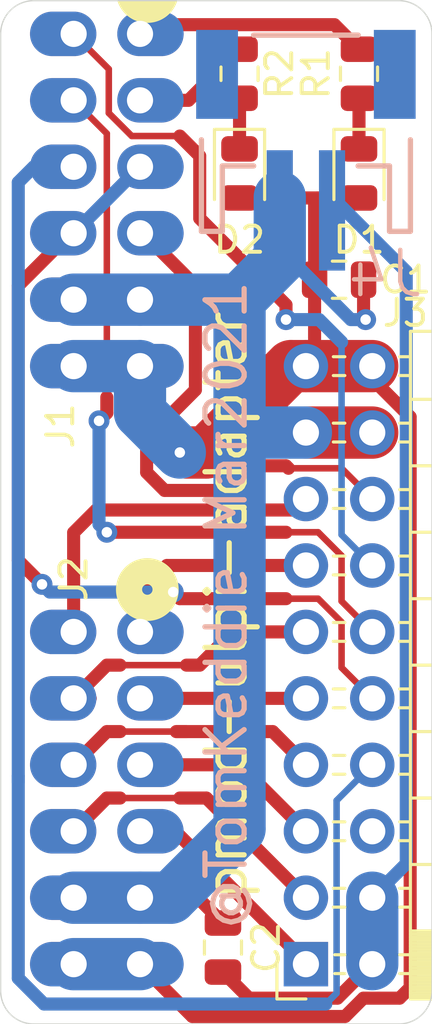
<source format=kicad_pcb>
(kicad_pcb (version 20171130) (host pcbnew 5.1.7-a382d34a8~88~ubuntu20.04.1)

  (general
    (thickness 1.6)
    (drawings 10)
    (tracks 159)
    (zones 0)
    (modules 10)
    (nets 22)
  )

  (page A4)
  (layers
    (0 F.Cu signal hide)
    (31 B.Cu signal)
    (32 B.Adhes user)
    (33 F.Adhes user hide)
    (34 B.Paste user)
    (35 F.Paste user hide)
    (36 B.SilkS user)
    (37 F.SilkS user hide)
    (38 B.Mask user)
    (39 F.Mask user hide)
    (40 Dwgs.User user)
    (41 Cmts.User user)
    (42 Eco1.User user)
    (43 Eco2.User user)
    (44 Edge.Cuts user)
    (45 Margin user)
    (46 B.CrtYd user hide)
    (47 F.CrtYd user hide)
    (48 B.Fab user hide)
    (49 F.Fab user hide)
  )

  (setup
    (last_trace_width 0.5)
    (user_trace_width 0.5)
    (user_trace_width 1)
    (user_trace_width 2)
    (trace_clearance 0.1524)
    (zone_clearance 0.508)
    (zone_45_only no)
    (trace_min 0.1524)
    (via_size 0.6858)
    (via_drill 0.3302)
    (via_min_size 0.508)
    (via_min_drill 0.254)
    (uvia_size 0.3)
    (uvia_drill 0.1)
    (uvias_allowed no)
    (uvia_min_size 0.2)
    (uvia_min_drill 0.1)
    (edge_width 0.05)
    (segment_width 0.2)
    (pcb_text_width 0.3)
    (pcb_text_size 1.5 1.5)
    (mod_edge_width 0.12)
    (mod_text_size 1 1)
    (mod_text_width 0.15)
    (pad_size 1.524 1.524)
    (pad_drill 0.762)
    (pad_to_mask_clearance 0.0508)
    (aux_axis_origin 0 0)
    (visible_elements FFFFFF7F)
    (pcbplotparams
      (layerselection 0x010fc_ffffffff)
      (usegerberextensions false)
      (usegerberattributes true)
      (usegerberadvancedattributes true)
      (creategerberjobfile true)
      (excludeedgelayer true)
      (linewidth 0.100000)
      (plotframeref false)
      (viasonmask false)
      (mode 1)
      (useauxorigin false)
      (hpglpennumber 1)
      (hpglpenspeed 20)
      (hpglpendiameter 15.000000)
      (psnegative false)
      (psa4output false)
      (plotreference true)
      (plotvalue true)
      (plotinvisibletext false)
      (padsonsilk false)
      (subtractmaskfromsilk false)
      (outputformat 1)
      (mirror false)
      (drillshape 1)
      (scaleselection 1)
      (outputdirectory ""))
  )

  (net 0 "")
  (net 1 +3V3)
  (net 2 GND)
  (net 3 +5V)
  (net 4 "Net-(D1-Pad1)")
  (net 5 "Net-(D2-Pad1)")
  (net 6 /STP)
  (net 7 /CLKOUT)
  (net 8 /RESET)
  (net 9 /YELLOW)
  (net 10 /DIR)
  (net 11 /BLUE)
  (net 12 /NXT)
  (net 13 /DATA3)
  (net 14 /DATA7)
  (net 15 /DATA2)
  (net 16 /DATA6)
  (net 17 /DATA1)
  (net 18 /DATA5)
  (net 19 /DATA0)
  (net 20 /DATA4)
  (net 21 "Net-(J3-Pad6)")

  (net_class Default "This is the default net class."
    (clearance 0.1524)
    (trace_width 0.1524)
    (via_dia 0.6858)
    (via_drill 0.3302)
    (uvia_dia 0.3)
    (uvia_drill 0.1)
    (add_net +3V3)
    (add_net +5V)
    (add_net /BLUE)
    (add_net /CLKOUT)
    (add_net /DATA0)
    (add_net /DATA1)
    (add_net /DATA2)
    (add_net /DATA3)
    (add_net /DATA4)
    (add_net /DATA5)
    (add_net /DATA6)
    (add_net /DATA7)
    (add_net /DIR)
    (add_net /NXT)
    (add_net /RESET)
    (add_net /STP)
    (add_net /YELLOW)
    (add_net GND)
    (add_net "Net-(D1-Pad1)")
    (add_net "Net-(D2-Pad1)")
    (add_net "Net-(J3-Pad6)")
  )

  (module tom-connectors:PMOD_2X6_PTH_RA_PLUG (layer F.Cu) (tedit 5DD5F453) (tstamp 60486C12)
    (at 163.83 114.3 270)
    (path /60486291)
    (attr smd)
    (fp_text reference J2 (at -8.382 1.27 90) (layer F.SilkS)
      (effects (font (size 1 1) (thickness 0.15)))
    )
    (fp_text value PMOD-2x6-MALE (at 0 0 90) (layer F.SilkS) hide
      (effects (font (size 1 1) (thickness 0.15)))
    )
    (fp_line (start 8.89 6.35) (end 0 6.35) (layer Dwgs.User) (width 0.254))
    (fp_line (start 0 6.35) (end -8.89 6.35) (layer Dwgs.User) (width 0.254))
    (fp_line (start 1.27 5.08) (end 0 6.35) (layer Dwgs.User) (width 0.254))
    (fp_line (start 0 6.35) (end -1.27 5.08) (layer Dwgs.User) (width 0.254))
    (fp_circle (center -7.97 -1.55) (end -7.77 -1.55) (layer F.SilkS) (width 1))
    (pad 6 thru_hole oval (at 6.35 -1.27 180) (size 2.54 1.7) (drill 1 (offset -0.4 0)) (layers *.Cu *.Mask)
      (net 1 +3V3))
    (pad 12 thru_hole oval (at 6.35 1.27 180) (size 2.54 1.7) (drill 1 (offset 0.4 0)) (layers *.Cu *.Mask)
      (net 1 +3V3))
    (pad 5 thru_hole oval (at 3.81 -1.27 180) (size 2.54 1.7) (drill 1 (offset -0.4 0)) (layers *.Cu *.Mask)
      (net 2 GND))
    (pad 11 thru_hole oval (at 3.81 1.27 180) (size 2.54 1.7) (drill 1 (offset 0.4 0)) (layers *.Cu *.Mask)
      (net 2 GND))
    (pad 4 thru_hole oval (at 1.27 -1.27 180) (size 2.54 1.7) (drill 1 (offset -0.4 0)) (layers *.Cu *.Mask)
      (net 19 /DATA0))
    (pad 10 thru_hole oval (at 1.27 1.27 180) (size 2.54 1.7) (drill 1 (offset 0.4 0)) (layers *.Cu *.Mask)
      (net 17 /DATA1))
    (pad 3 thru_hole oval (at -1.27 -1.27 180) (size 2.54 1.7) (drill 1 (offset -0.4 0)) (layers *.Cu *.Mask)
      (net 15 /DATA2))
    (pad 9 thru_hole oval (at -1.27 1.27 180) (size 2.54 1.7) (drill 1 (offset 0.4 0)) (layers *.Cu *.Mask)
      (net 13 /DATA3))
    (pad 2 thru_hole oval (at -3.81 -1.27 180) (size 2.54 1.7) (drill 1 (offset -0.4 0)) (layers *.Cu *.Mask)
      (net 20 /DATA4))
    (pad 8 thru_hole oval (at -3.81 1.27 180) (size 2.54 1.7) (drill 1 (offset 0.4 0)) (layers *.Cu *.Mask)
      (net 18 /DATA5))
    (pad 1 thru_hole oval (at -6.35 -1.27 180) (size 2.54 1.7) (drill 1 (offset -0.4 0)) (layers *.Cu *.Mask)
      (net 16 /DATA6))
    (pad 7 thru_hole oval (at -6.35 1.27 180) (size 2.54 1.7) (drill 1 (offset 0.4 0)) (layers *.Cu *.Mask)
      (net 14 /DATA7))
  )

  (module tom-passives:R_0805_2012Metric (layer F.Cu) (tedit 5FFDCA5A) (tstamp 60486CD9)
    (at 168.91 86.614 270)
    (descr "Resistor SMD 0805 (2012 Metric), square (rectangular) end terminal, IPC_7351 nominal, (Body size source: https://docs.google.com/spreadsheets/d/1BsfQQcO9C6DZCsRaXUlFlo91Tg2WpOkGARC1WS5S8t0/edit?usp=sharing), generated with kicad-footprint-generator")
    (tags resistor)
    (path /604A888C)
    (attr smd)
    (fp_text reference R2 (at 0 -1.524 90) (layer F.SilkS)
      (effects (font (size 1 1) (thickness 0.15)))
    )
    (fp_text value 1k (at 0 1.65 90) (layer F.Fab)
      (effects (font (size 1 1) (thickness 0.15)))
    )
    (fp_line (start -1.75 1) (end -1.75 -1) (layer Eco1.User) (width 0.12))
    (fp_line (start 1.75 1) (end -1.75 1) (layer Eco1.User) (width 0.12))
    (fp_line (start 1.75 -1) (end 1.75 1) (layer Eco1.User) (width 0.12))
    (fp_line (start -1.75 -1) (end 1.75 -1) (layer Eco1.User) (width 0.12))
    (fp_line (start 1.68 0.95) (end -1.68 0.95) (layer F.CrtYd) (width 0.05))
    (fp_line (start 1.68 -0.95) (end 1.68 0.95) (layer F.CrtYd) (width 0.05))
    (fp_line (start -1.68 -0.95) (end 1.68 -0.95) (layer F.CrtYd) (width 0.05))
    (fp_line (start -1.68 0.95) (end -1.68 -0.95) (layer F.CrtYd) (width 0.05))
    (fp_line (start -0.258578 0.71) (end 0.258578 0.71) (layer F.SilkS) (width 0.12))
    (fp_line (start -0.258578 -0.71) (end 0.258578 -0.71) (layer F.SilkS) (width 0.12))
    (fp_line (start 1 0.6) (end -1 0.6) (layer F.Fab) (width 0.1))
    (fp_line (start 1 -0.6) (end 1 0.6) (layer F.Fab) (width 0.1))
    (fp_line (start -1 -0.6) (end 1 -0.6) (layer F.Fab) (width 0.1))
    (fp_line (start -1 0.6) (end -1 -0.6) (layer F.Fab) (width 0.1))
    (fp_text user %R (at 0 0 90) (layer F.Fab)
      (effects (font (size 0.5 0.5) (thickness 0.08)))
    )
    (pad 2 smd roundrect (at 0.9375 0 270) (size 0.975 1.4) (layers F.Cu F.Paste F.Mask) (roundrect_rratio 0.25)
      (net 5 "Net-(D2-Pad1)"))
    (pad 1 smd roundrect (at -0.9375 0 270) (size 0.975 1.4) (layers F.Cu F.Paste F.Mask) (roundrect_rratio 0.25)
      (net 9 /YELLOW))
    (model ${KISYS3DMOD}/Resistor_SMD.3dshapes/R_0805_2012Metric.wrl
      (at (xyz 0 0 0))
      (scale (xyz 1 1 1))
      (rotate (xyz 0 0 0))
    )
  )

  (module tom-passives:R_0805_2012Metric (layer F.Cu) (tedit 5FFDCA5A) (tstamp 60486CC4)
    (at 173.482 86.614 90)
    (descr "Resistor SMD 0805 (2012 Metric), square (rectangular) end terminal, IPC_7351 nominal, (Body size source: https://docs.google.com/spreadsheets/d/1BsfQQcO9C6DZCsRaXUlFlo91Tg2WpOkGARC1WS5S8t0/edit?usp=sharing), generated with kicad-footprint-generator")
    (tags resistor)
    (path /604A7184)
    (attr smd)
    (fp_text reference R1 (at 0 -1.65 90) (layer F.SilkS)
      (effects (font (size 1 1) (thickness 0.15)))
    )
    (fp_text value 1k (at 0 1.65 90) (layer F.Fab)
      (effects (font (size 1 1) (thickness 0.15)))
    )
    (fp_line (start -1.75 1) (end -1.75 -1) (layer Eco1.User) (width 0.12))
    (fp_line (start 1.75 1) (end -1.75 1) (layer Eco1.User) (width 0.12))
    (fp_line (start 1.75 -1) (end 1.75 1) (layer Eco1.User) (width 0.12))
    (fp_line (start -1.75 -1) (end 1.75 -1) (layer Eco1.User) (width 0.12))
    (fp_line (start 1.68 0.95) (end -1.68 0.95) (layer F.CrtYd) (width 0.05))
    (fp_line (start 1.68 -0.95) (end 1.68 0.95) (layer F.CrtYd) (width 0.05))
    (fp_line (start -1.68 -0.95) (end 1.68 -0.95) (layer F.CrtYd) (width 0.05))
    (fp_line (start -1.68 0.95) (end -1.68 -0.95) (layer F.CrtYd) (width 0.05))
    (fp_line (start -0.258578 0.71) (end 0.258578 0.71) (layer F.SilkS) (width 0.12))
    (fp_line (start -0.258578 -0.71) (end 0.258578 -0.71) (layer F.SilkS) (width 0.12))
    (fp_line (start 1 0.6) (end -1 0.6) (layer F.Fab) (width 0.1))
    (fp_line (start 1 -0.6) (end 1 0.6) (layer F.Fab) (width 0.1))
    (fp_line (start -1 -0.6) (end 1 -0.6) (layer F.Fab) (width 0.1))
    (fp_line (start -1 0.6) (end -1 -0.6) (layer F.Fab) (width 0.1))
    (fp_text user %R (at 0 0 90) (layer F.Fab)
      (effects (font (size 0.5 0.5) (thickness 0.08)))
    )
    (pad 2 smd roundrect (at 0.9375 0 90) (size 0.975 1.4) (layers F.Cu F.Paste F.Mask) (roundrect_rratio 0.25)
      (net 11 /BLUE))
    (pad 1 smd roundrect (at -0.9375 0 90) (size 0.975 1.4) (layers F.Cu F.Paste F.Mask) (roundrect_rratio 0.25)
      (net 4 "Net-(D1-Pad1)"))
    (model ${KISYS3DMOD}/Resistor_SMD.3dshapes/R_0805_2012Metric.wrl
      (at (xyz 0 0 0))
      (scale (xyz 1 1 1))
      (rotate (xyz 0 0 0))
    )
  )

  (module tom-connectors:JST-2-SMD (layer B.Cu) (tedit 60395946) (tstamp 60487CFB)
    (at 171.45 88.138 180)
    (path /604C57AC)
    (fp_text reference J4 (at -3.048 -7.112 180) (layer B.SilkS)
      (effects (font (size 1.6891 1.6891) (thickness 0.16891)) (justify bottom mirror))
    )
    (fp_text value Conn_01x02 (at -1.651 0.635 180) (layer B.Fab)
      (effects (font (size 0.57912 0.57912) (thickness 0.115824)) (justify left bottom mirror))
    )
    (fp_line (start -4 -1) (end -4 -4.5) (layer B.SilkS) (width 0.2032))
    (fp_line (start -4 -4.5) (end -3.2 -4.5) (layer B.SilkS) (width 0.2032))
    (fp_line (start -3.2 -4.5) (end -3.2 -2) (layer B.SilkS) (width 0.2032))
    (fp_line (start -3.2 -2) (end -2 -2) (layer B.SilkS) (width 0.2032))
    (fp_line (start 2 -2) (end 3.2 -2) (layer B.SilkS) (width 0.2032))
    (fp_line (start 3.2 -2) (end 3.2 -4.5) (layer B.SilkS) (width 0.2032))
    (fp_line (start 3.2 -4.5) (end 4 -4.5) (layer B.SilkS) (width 0.2032))
    (fp_line (start 4 -4.5) (end 4 -1) (layer B.SilkS) (width 0.2032))
    (fp_line (start 2 3) (end -2 3) (layer B.SilkS) (width 0.2032))
    (pad NC2 smd rect (at 3.4 1.5 90) (size 3.4 1.6) (layers B.Cu B.Paste B.Mask)
      (solder_mask_margin 0.0508))
    (pad NC1 smd rect (at -3.4 1.5 90) (size 3.4 1.6) (layers B.Cu B.Paste B.Mask)
      (solder_mask_margin 0.0508))
    (pad 2 smd rect (at 1 -3.7 180) (size 1 4.6) (layers B.Cu B.Paste B.Mask)
      (net 2 GND) (solder_mask_margin 0.0508))
    (pad 1 smd rect (at -1 -3.7 180) (size 1 4.6) (layers B.Cu B.Paste B.Mask)
      (net 3 +5V) (solder_mask_margin 0.0508))
  )

  (module tom-connectors:PinSocket_2x10_P2.54mm_Horizontal (layer F.Cu) (tedit 5A19A430) (tstamp 60486C9E)
    (at 171.45 120.65 180)
    (descr "Through hole angled socket strip, 2x10, 2.54mm pitch, 8.51mm socket length, double cols (from Kicad 4.0.7), script generated")
    (tags "Through hole angled socket strip THT 2x10 2.54mm double row")
    (path /60486C78)
    (fp_text reference J3 (at -3.81 24.892) (layer F.SilkS)
      (effects (font (size 1 1) (thickness 0.15)))
    )
    (fp_text value ULPI (at -5.65 25.63) (layer F.Fab)
      (effects (font (size 1 1) (thickness 0.15)))
    )
    (fp_line (start -12.57 -1.27) (end -5.03 -1.27) (layer F.Fab) (width 0.1))
    (fp_line (start -5.03 -1.27) (end -4.06 -0.3) (layer F.Fab) (width 0.1))
    (fp_line (start -4.06 -0.3) (end -4.06 24.13) (layer F.Fab) (width 0.1))
    (fp_line (start -4.06 24.13) (end -12.57 24.13) (layer F.Fab) (width 0.1))
    (fp_line (start -12.57 24.13) (end -12.57 -1.27) (layer F.Fab) (width 0.1))
    (fp_line (start 0 -0.3) (end -4.06 -0.3) (layer F.Fab) (width 0.1))
    (fp_line (start -4.06 0.3) (end 0 0.3) (layer F.Fab) (width 0.1))
    (fp_line (start 0 0.3) (end 0 -0.3) (layer F.Fab) (width 0.1))
    (fp_line (start 0 2.24) (end -4.06 2.24) (layer F.Fab) (width 0.1))
    (fp_line (start -4.06 2.84) (end 0 2.84) (layer F.Fab) (width 0.1))
    (fp_line (start 0 2.84) (end 0 2.24) (layer F.Fab) (width 0.1))
    (fp_line (start 0 4.78) (end -4.06 4.78) (layer F.Fab) (width 0.1))
    (fp_line (start -4.06 5.38) (end 0 5.38) (layer F.Fab) (width 0.1))
    (fp_line (start 0 5.38) (end 0 4.78) (layer F.Fab) (width 0.1))
    (fp_line (start 0 7.32) (end -4.06 7.32) (layer F.Fab) (width 0.1))
    (fp_line (start -4.06 7.92) (end 0 7.92) (layer F.Fab) (width 0.1))
    (fp_line (start 0 7.92) (end 0 7.32) (layer F.Fab) (width 0.1))
    (fp_line (start 0 9.86) (end -4.06 9.86) (layer F.Fab) (width 0.1))
    (fp_line (start -4.06 10.46) (end 0 10.46) (layer F.Fab) (width 0.1))
    (fp_line (start 0 10.46) (end 0 9.86) (layer F.Fab) (width 0.1))
    (fp_line (start 0 12.4) (end -4.06 12.4) (layer F.Fab) (width 0.1))
    (fp_line (start -4.06 13) (end 0 13) (layer F.Fab) (width 0.1))
    (fp_line (start 0 13) (end 0 12.4) (layer F.Fab) (width 0.1))
    (fp_line (start 0 14.94) (end -4.06 14.94) (layer F.Fab) (width 0.1))
    (fp_line (start -4.06 15.54) (end 0 15.54) (layer F.Fab) (width 0.1))
    (fp_line (start 0 15.54) (end 0 14.94) (layer F.Fab) (width 0.1))
    (fp_line (start 0 17.48) (end -4.06 17.48) (layer F.Fab) (width 0.1))
    (fp_line (start -4.06 18.08) (end 0 18.08) (layer F.Fab) (width 0.1))
    (fp_line (start 0 18.08) (end 0 17.48) (layer F.Fab) (width 0.1))
    (fp_line (start 0 20.02) (end -4.06 20.02) (layer F.Fab) (width 0.1))
    (fp_line (start -4.06 20.62) (end 0 20.62) (layer F.Fab) (width 0.1))
    (fp_line (start 0 20.62) (end 0 20.02) (layer F.Fab) (width 0.1))
    (fp_line (start 0 22.56) (end -4.06 22.56) (layer F.Fab) (width 0.1))
    (fp_line (start -4.06 23.16) (end 0 23.16) (layer F.Fab) (width 0.1))
    (fp_line (start 0 23.16) (end 0 22.56) (layer F.Fab) (width 0.1))
    (fp_line (start -12.63 -1.21) (end -4 -1.21) (layer F.SilkS) (width 0.12))
    (fp_line (start -12.63 -1.091905) (end -4 -1.091905) (layer F.SilkS) (width 0.12))
    (fp_line (start -12.63 -0.97381) (end -4 -0.97381) (layer F.SilkS) (width 0.12))
    (fp_line (start -12.63 -0.855715) (end -4 -0.855715) (layer F.SilkS) (width 0.12))
    (fp_line (start -12.63 -0.73762) (end -4 -0.73762) (layer F.SilkS) (width 0.12))
    (fp_line (start -12.63 -0.619525) (end -4 -0.619525) (layer F.SilkS) (width 0.12))
    (fp_line (start -12.63 -0.50143) (end -4 -0.50143) (layer F.SilkS) (width 0.12))
    (fp_line (start -12.63 -0.383335) (end -4 -0.383335) (layer F.SilkS) (width 0.12))
    (fp_line (start -12.63 -0.26524) (end -4 -0.26524) (layer F.SilkS) (width 0.12))
    (fp_line (start -12.63 -0.147145) (end -4 -0.147145) (layer F.SilkS) (width 0.12))
    (fp_line (start -12.63 -0.02905) (end -4 -0.02905) (layer F.SilkS) (width 0.12))
    (fp_line (start -12.63 0.089045) (end -4 0.089045) (layer F.SilkS) (width 0.12))
    (fp_line (start -12.63 0.20714) (end -4 0.20714) (layer F.SilkS) (width 0.12))
    (fp_line (start -12.63 0.325235) (end -4 0.325235) (layer F.SilkS) (width 0.12))
    (fp_line (start -12.63 0.44333) (end -4 0.44333) (layer F.SilkS) (width 0.12))
    (fp_line (start -12.63 0.561425) (end -4 0.561425) (layer F.SilkS) (width 0.12))
    (fp_line (start -12.63 0.67952) (end -4 0.67952) (layer F.SilkS) (width 0.12))
    (fp_line (start -12.63 0.797615) (end -4 0.797615) (layer F.SilkS) (width 0.12))
    (fp_line (start -12.63 0.91571) (end -4 0.91571) (layer F.SilkS) (width 0.12))
    (fp_line (start -12.63 1.033805) (end -4 1.033805) (layer F.SilkS) (width 0.12))
    (fp_line (start -12.63 1.1519) (end -4 1.1519) (layer F.SilkS) (width 0.12))
    (fp_line (start -4 -0.36) (end -3.59 -0.36) (layer F.SilkS) (width 0.12))
    (fp_line (start -1.49 -0.36) (end -1.11 -0.36) (layer F.SilkS) (width 0.12))
    (fp_line (start -4 0.36) (end -3.59 0.36) (layer F.SilkS) (width 0.12))
    (fp_line (start -1.49 0.36) (end -1.11 0.36) (layer F.SilkS) (width 0.12))
    (fp_line (start -4 2.18) (end -3.59 2.18) (layer F.SilkS) (width 0.12))
    (fp_line (start -1.49 2.18) (end -1.05 2.18) (layer F.SilkS) (width 0.12))
    (fp_line (start -4 2.9) (end -3.59 2.9) (layer F.SilkS) (width 0.12))
    (fp_line (start -1.49 2.9) (end -1.05 2.9) (layer F.SilkS) (width 0.12))
    (fp_line (start -4 4.72) (end -3.59 4.72) (layer F.SilkS) (width 0.12))
    (fp_line (start -1.49 4.72) (end -1.05 4.72) (layer F.SilkS) (width 0.12))
    (fp_line (start -4 5.44) (end -3.59 5.44) (layer F.SilkS) (width 0.12))
    (fp_line (start -1.49 5.44) (end -1.05 5.44) (layer F.SilkS) (width 0.12))
    (fp_line (start -4 7.26) (end -3.59 7.26) (layer F.SilkS) (width 0.12))
    (fp_line (start -1.49 7.26) (end -1.05 7.26) (layer F.SilkS) (width 0.12))
    (fp_line (start -4 7.98) (end -3.59 7.98) (layer F.SilkS) (width 0.12))
    (fp_line (start -1.49 7.98) (end -1.05 7.98) (layer F.SilkS) (width 0.12))
    (fp_line (start -4 9.8) (end -3.59 9.8) (layer F.SilkS) (width 0.12))
    (fp_line (start -1.49 9.8) (end -1.05 9.8) (layer F.SilkS) (width 0.12))
    (fp_line (start -4 10.52) (end -3.59 10.52) (layer F.SilkS) (width 0.12))
    (fp_line (start -1.49 10.52) (end -1.05 10.52) (layer F.SilkS) (width 0.12))
    (fp_line (start -4 12.34) (end -3.59 12.34) (layer F.SilkS) (width 0.12))
    (fp_line (start -1.49 12.34) (end -1.05 12.34) (layer F.SilkS) (width 0.12))
    (fp_line (start -4 13.06) (end -3.59 13.06) (layer F.SilkS) (width 0.12))
    (fp_line (start -1.49 13.06) (end -1.05 13.06) (layer F.SilkS) (width 0.12))
    (fp_line (start -4 14.88) (end -3.59 14.88) (layer F.SilkS) (width 0.12))
    (fp_line (start -1.49 14.88) (end -1.05 14.88) (layer F.SilkS) (width 0.12))
    (fp_line (start -4 15.6) (end -3.59 15.6) (layer F.SilkS) (width 0.12))
    (fp_line (start -1.49 15.6) (end -1.05 15.6) (layer F.SilkS) (width 0.12))
    (fp_line (start -4 17.42) (end -3.59 17.42) (layer F.SilkS) (width 0.12))
    (fp_line (start -1.49 17.42) (end -1.05 17.42) (layer F.SilkS) (width 0.12))
    (fp_line (start -4 18.14) (end -3.59 18.14) (layer F.SilkS) (width 0.12))
    (fp_line (start -1.49 18.14) (end -1.05 18.14) (layer F.SilkS) (width 0.12))
    (fp_line (start -4 19.96) (end -3.59 19.96) (layer F.SilkS) (width 0.12))
    (fp_line (start -1.49 19.96) (end -1.05 19.96) (layer F.SilkS) (width 0.12))
    (fp_line (start -4 20.68) (end -3.59 20.68) (layer F.SilkS) (width 0.12))
    (fp_line (start -1.49 20.68) (end -1.05 20.68) (layer F.SilkS) (width 0.12))
    (fp_line (start -4 22.5) (end -3.59 22.5) (layer F.SilkS) (width 0.12))
    (fp_line (start -1.49 22.5) (end -1.05 22.5) (layer F.SilkS) (width 0.12))
    (fp_line (start -4 23.22) (end -3.59 23.22) (layer F.SilkS) (width 0.12))
    (fp_line (start -1.49 23.22) (end -1.05 23.22) (layer F.SilkS) (width 0.12))
    (fp_line (start -12.63 1.27) (end -4 1.27) (layer F.SilkS) (width 0.12))
    (fp_line (start -12.63 3.81) (end -4 3.81) (layer F.SilkS) (width 0.12))
    (fp_line (start -12.63 6.35) (end -4 6.35) (layer F.SilkS) (width 0.12))
    (fp_line (start -12.63 8.89) (end -4 8.89) (layer F.SilkS) (width 0.12))
    (fp_line (start -12.63 11.43) (end -4 11.43) (layer F.SilkS) (width 0.12))
    (fp_line (start -12.63 13.97) (end -4 13.97) (layer F.SilkS) (width 0.12))
    (fp_line (start -12.63 16.51) (end -4 16.51) (layer F.SilkS) (width 0.12))
    (fp_line (start -12.63 19.05) (end -4 19.05) (layer F.SilkS) (width 0.12))
    (fp_line (start -12.63 21.59) (end -4 21.59) (layer F.SilkS) (width 0.12))
    (fp_line (start -12.63 -1.33) (end -4 -1.33) (layer F.SilkS) (width 0.12))
    (fp_line (start -4 -1.33) (end -4 24.19) (layer F.SilkS) (width 0.12))
    (fp_line (start -12.63 24.19) (end -4 24.19) (layer F.SilkS) (width 0.12))
    (fp_line (start -12.63 -1.33) (end -12.63 24.19) (layer F.SilkS) (width 0.12))
    (fp_line (start 1.11 -1.33) (end 1.11 0) (layer F.SilkS) (width 0.12))
    (fp_line (start 0 -1.33) (end 1.11 -1.33) (layer F.SilkS) (width 0.12))
    (fp_line (start 1.8 -1.75) (end -13.05 -1.75) (layer F.CrtYd) (width 0.05))
    (fp_line (start -13.05 -1.75) (end -13.05 24.65) (layer F.CrtYd) (width 0.05))
    (fp_line (start -13.05 24.65) (end 1.8 24.65) (layer F.CrtYd) (width 0.05))
    (fp_line (start 1.8 24.65) (end 1.8 -1.75) (layer F.CrtYd) (width 0.05))
    (fp_text user %R (at -8.315 11.43 90) (layer F.Fab)
      (effects (font (size 1 1) (thickness 0.15)))
    )
    (pad 20 thru_hole oval (at -2.54 22.86 180) (size 1.7 1.7) (drill 1) (layers *.Cu *.Mask)
      (net 1 +3V3))
    (pad 19 thru_hole oval (at 0 22.86 180) (size 1.7 1.7) (drill 1) (layers *.Cu *.Mask)
      (net 1 +3V3))
    (pad 18 thru_hole oval (at -2.54 20.32 180) (size 1.7 1.7) (drill 1) (layers *.Cu *.Mask)
      (net 2 GND))
    (pad 17 thru_hole oval (at 0 20.32 180) (size 1.7 1.7) (drill 1) (layers *.Cu *.Mask)
      (net 2 GND))
    (pad 16 thru_hole oval (at -2.54 17.78 180) (size 1.7 1.7) (drill 1) (layers *.Cu *.Mask)
      (net 6 /STP))
    (pad 15 thru_hole oval (at 0 17.78 180) (size 1.7 1.7) (drill 1) (layers *.Cu *.Mask)
      (net 14 /DATA7))
    (pad 14 thru_hole oval (at -2.54 15.24 180) (size 1.7 1.7) (drill 1) (layers *.Cu *.Mask)
      (net 12 /NXT))
    (pad 13 thru_hole oval (at 0 15.24 180) (size 1.7 1.7) (drill 1) (layers *.Cu *.Mask)
      (net 16 /DATA6))
    (pad 12 thru_hole oval (at -2.54 12.7 180) (size 1.7 1.7) (drill 1) (layers *.Cu *.Mask)
      (net 10 /DIR))
    (pad 11 thru_hole oval (at 0 12.7 180) (size 1.7 1.7) (drill 1) (layers *.Cu *.Mask)
      (net 18 /DATA5))
    (pad 10 thru_hole oval (at -2.54 10.16 180) (size 1.7 1.7) (drill 1) (layers *.Cu *.Mask)
      (net 7 /CLKOUT))
    (pad 9 thru_hole oval (at 0 10.16 180) (size 1.7 1.7) (drill 1) (layers *.Cu *.Mask)
      (net 20 /DATA4))
    (pad 8 thru_hole oval (at -2.54 7.62 180) (size 1.7 1.7) (drill 1) (layers *.Cu *.Mask)
      (net 8 /RESET))
    (pad 7 thru_hole oval (at 0 7.62 180) (size 1.7 1.7) (drill 1) (layers *.Cu *.Mask)
      (net 13 /DATA3))
    (pad 6 thru_hole oval (at -2.54 5.08 180) (size 1.7 1.7) (drill 1) (layers *.Cu *.Mask)
      (net 21 "Net-(J3-Pad6)"))
    (pad 5 thru_hole oval (at 0 5.08 180) (size 1.7 1.7) (drill 1) (layers *.Cu *.Mask)
      (net 15 /DATA2))
    (pad 4 thru_hole oval (at -2.54 2.54 180) (size 1.7 1.7) (drill 1) (layers *.Cu *.Mask)
      (net 3 +5V))
    (pad 3 thru_hole oval (at 0 2.54 180) (size 1.7 1.7) (drill 1) (layers *.Cu *.Mask)
      (net 17 /DATA1))
    (pad 2 thru_hole oval (at -2.54 0 180) (size 1.7 1.7) (drill 1) (layers *.Cu *.Mask)
      (net 3 +5V))
    (pad 1 thru_hole rect (at 0 0 180) (size 1.7 1.7) (drill 1) (layers *.Cu *.Mask)
      (net 19 /DATA0))
    (model ${KISYS3DMOD}/Connector_PinSocket_2.54mm.3dshapes/PinSocket_2x10_P2.54mm_Horizontal.wrl
      (at (xyz 0 0 0))
      (scale (xyz 1 1 1))
      (rotate (xyz 0 0 0))
    )
  )

  (module tom-connectors:PMOD_2X6_PTH_RA_PLUG (layer F.Cu) (tedit 5DD5F453) (tstamp 6048765F)
    (at 163.83 91.44 270)
    (path /60485662)
    (attr smd)
    (fp_text reference J1 (at 8.636 1.778 90) (layer F.SilkS)
      (effects (font (size 1 1) (thickness 0.15)))
    )
    (fp_text value PMOD-2x6-MALE (at 0 0 90) (layer F.SilkS) hide
      (effects (font (size 1 1) (thickness 0.15)))
    )
    (fp_line (start 8.89 6.35) (end 0 6.35) (layer Dwgs.User) (width 0.254))
    (fp_line (start 0 6.35) (end -8.89 6.35) (layer Dwgs.User) (width 0.254))
    (fp_line (start 1.27 5.08) (end 0 6.35) (layer Dwgs.User) (width 0.254))
    (fp_line (start 0 6.35) (end -1.27 5.08) (layer Dwgs.User) (width 0.254))
    (fp_circle (center -7.97 -1.55) (end -7.77 -1.55) (layer F.SilkS) (width 1))
    (pad 6 thru_hole oval (at 6.35 -1.27 180) (size 2.54 1.7) (drill 1 (offset -0.4 0)) (layers *.Cu *.Mask)
      (net 1 +3V3))
    (pad 12 thru_hole oval (at 6.35 1.27 180) (size 2.54 1.7) (drill 1 (offset 0.4 0)) (layers *.Cu *.Mask)
      (net 1 +3V3))
    (pad 5 thru_hole oval (at 3.81 -1.27 180) (size 2.54 1.7) (drill 1 (offset -0.4 0)) (layers *.Cu *.Mask)
      (net 2 GND))
    (pad 11 thru_hole oval (at 3.81 1.27 180) (size 2.54 1.7) (drill 1 (offset 0.4 0)) (layers *.Cu *.Mask)
      (net 2 GND))
    (pad 4 thru_hole oval (at 1.27 -1.27 180) (size 2.54 1.7) (drill 1 (offset -0.4 0)) (layers *.Cu *.Mask)
      (net 6 /STP))
    (pad 10 thru_hole oval (at 1.27 1.27 180) (size 2.54 1.7) (drill 1 (offset 0.4 0)) (layers *.Cu *.Mask)
      (net 7 /CLKOUT))
    (pad 3 thru_hole oval (at -1.27 -1.27 180) (size 2.54 1.7) (drill 1 (offset -0.4 0)) (layers *.Cu *.Mask)
      (net 7 /CLKOUT))
    (pad 9 thru_hole oval (at -1.27 1.27 180) (size 2.54 1.7) (drill 1 (offset 0.4 0)) (layers *.Cu *.Mask)
      (net 8 /RESET))
    (pad 2 thru_hole oval (at -3.81 -1.27 180) (size 2.54 1.7) (drill 1 (offset -0.4 0)) (layers *.Cu *.Mask)
      (net 9 /YELLOW))
    (pad 8 thru_hole oval (at -3.81 1.27 180) (size 2.54 1.7) (drill 1 (offset 0.4 0)) (layers *.Cu *.Mask)
      (net 10 /DIR))
    (pad 1 thru_hole oval (at -6.35 -1.27 180) (size 2.54 1.7) (drill 1 (offset -0.4 0)) (layers *.Cu *.Mask)
      (net 11 /BLUE))
    (pad 7 thru_hole oval (at -6.35 1.27 180) (size 2.54 1.7) (drill 1 (offset 0.4 0)) (layers *.Cu *.Mask)
      (net 12 /NXT))
  )

  (module tom-opto:LED_0805_2012Metric (layer F.Cu) (tedit 5FFDC9F5) (tstamp 60486BE8)
    (at 168.91 90.424 270)
    (descr "LED SMD 0805 (2012 Metric), square (rectangular) end terminal, IPC_7351 nominal, (Body size source: https://docs.google.com/spreadsheets/d/1BsfQQcO9C6DZCsRaXUlFlo91Tg2WpOkGARC1WS5S8t0/edit?usp=sharing), generated with kicad-footprint-generator")
    (tags diode)
    (path /604AD48B)
    (attr smd)
    (fp_text reference D2 (at 2.54 0) (layer F.SilkS)
      (effects (font (size 1 1) (thickness 0.15)))
    )
    (fp_text value LED (at 0 1.65 90) (layer F.Fab)
      (effects (font (size 1 1) (thickness 0.15)))
    )
    (fp_line (start -1.75 1) (end -1.75 -1) (layer Eco1.User) (width 0.12))
    (fp_line (start 1.75 1) (end -1.75 1) (layer Eco1.User) (width 0.12))
    (fp_line (start 1.75 -1) (end 1.75 1) (layer Eco1.User) (width 0.12))
    (fp_line (start -1.75 -1) (end 1.75 -1) (layer Eco1.User) (width 0.12))
    (fp_line (start 1.68 0.95) (end -1.68 0.95) (layer F.CrtYd) (width 0.05))
    (fp_line (start 1.68 -0.95) (end 1.68 0.95) (layer F.CrtYd) (width 0.05))
    (fp_line (start -1.68 -0.95) (end 1.68 -0.95) (layer F.CrtYd) (width 0.05))
    (fp_line (start -1.68 0.95) (end -1.68 -0.95) (layer F.CrtYd) (width 0.05))
    (fp_line (start -1.685 0.96) (end 1 0.96) (layer F.SilkS) (width 0.12))
    (fp_line (start -1.685 -0.96) (end -1.685 0.96) (layer F.SilkS) (width 0.12))
    (fp_line (start 1 -0.96) (end -1.685 -0.96) (layer F.SilkS) (width 0.12))
    (fp_line (start 1 0.6) (end 1 -0.6) (layer F.Fab) (width 0.1))
    (fp_line (start -1 0.6) (end 1 0.6) (layer F.Fab) (width 0.1))
    (fp_line (start -1 -0.3) (end -1 0.6) (layer F.Fab) (width 0.1))
    (fp_line (start -0.7 -0.6) (end -1 -0.3) (layer F.Fab) (width 0.1))
    (fp_line (start 1 -0.6) (end -0.7 -0.6) (layer F.Fab) (width 0.1))
    (fp_text user %R (at 0 0 90) (layer F.Fab)
      (effects (font (size 0.5 0.5) (thickness 0.08)))
    )
    (pad 2 smd roundrect (at 0.9375 0 270) (size 0.975 1.4) (layers F.Cu F.Paste F.Mask) (roundrect_rratio 0.25)
      (net 1 +3V3))
    (pad 1 smd roundrect (at -0.9375 0 270) (size 0.975 1.4) (layers F.Cu F.Paste F.Mask) (roundrect_rratio 0.25)
      (net 5 "Net-(D2-Pad1)"))
    (model ${KISYS3DMOD}/LED_SMD.3dshapes/LED_0805_2012Metric.wrl
      (at (xyz 0 0 0))
      (scale (xyz 1 1 1))
      (rotate (xyz 0 0 0))
    )
  )

  (module tom-opto:LED_0805_2012Metric (layer F.Cu) (tedit 5FFDC9F5) (tstamp 60486BD1)
    (at 173.482 90.424 270)
    (descr "LED SMD 0805 (2012 Metric), square (rectangular) end terminal, IPC_7351 nominal, (Body size source: https://docs.google.com/spreadsheets/d/1BsfQQcO9C6DZCsRaXUlFlo91Tg2WpOkGARC1WS5S8t0/edit?usp=sharing), generated with kicad-footprint-generator")
    (tags diode)
    (path /604ACC5D)
    (attr smd)
    (fp_text reference D1 (at 2.54 0) (layer F.SilkS)
      (effects (font (size 1 1) (thickness 0.15)))
    )
    (fp_text value LED (at 0 1.65 90) (layer F.Fab)
      (effects (font (size 1 1) (thickness 0.15)))
    )
    (fp_line (start -1.75 1) (end -1.75 -1) (layer Eco1.User) (width 0.12))
    (fp_line (start 1.75 1) (end -1.75 1) (layer Eco1.User) (width 0.12))
    (fp_line (start 1.75 -1) (end 1.75 1) (layer Eco1.User) (width 0.12))
    (fp_line (start -1.75 -1) (end 1.75 -1) (layer Eco1.User) (width 0.12))
    (fp_line (start 1.68 0.95) (end -1.68 0.95) (layer F.CrtYd) (width 0.05))
    (fp_line (start 1.68 -0.95) (end 1.68 0.95) (layer F.CrtYd) (width 0.05))
    (fp_line (start -1.68 -0.95) (end 1.68 -0.95) (layer F.CrtYd) (width 0.05))
    (fp_line (start -1.68 0.95) (end -1.68 -0.95) (layer F.CrtYd) (width 0.05))
    (fp_line (start -1.685 0.96) (end 1 0.96) (layer F.SilkS) (width 0.12))
    (fp_line (start -1.685 -0.96) (end -1.685 0.96) (layer F.SilkS) (width 0.12))
    (fp_line (start 1 -0.96) (end -1.685 -0.96) (layer F.SilkS) (width 0.12))
    (fp_line (start 1 0.6) (end 1 -0.6) (layer F.Fab) (width 0.1))
    (fp_line (start -1 0.6) (end 1 0.6) (layer F.Fab) (width 0.1))
    (fp_line (start -1 -0.3) (end -1 0.6) (layer F.Fab) (width 0.1))
    (fp_line (start -0.7 -0.6) (end -1 -0.3) (layer F.Fab) (width 0.1))
    (fp_line (start 1 -0.6) (end -0.7 -0.6) (layer F.Fab) (width 0.1))
    (fp_text user %R (at 0 0 90) (layer F.Fab)
      (effects (font (size 0.5 0.5) (thickness 0.08)))
    )
    (pad 2 smd roundrect (at 0.9375 0 270) (size 0.975 1.4) (layers F.Cu F.Paste F.Mask) (roundrect_rratio 0.25)
      (net 1 +3V3))
    (pad 1 smd roundrect (at -0.9375 0 270) (size 0.975 1.4) (layers F.Cu F.Paste F.Mask) (roundrect_rratio 0.25)
      (net 4 "Net-(D1-Pad1)"))
    (model ${KISYS3DMOD}/LED_SMD.3dshapes/LED_0805_2012Metric.wrl
      (at (xyz 0 0 0))
      (scale (xyz 1 1 1))
      (rotate (xyz 0 0 0))
    )
  )

  (module tom-passives:C_0805_2012Metric (layer F.Cu) (tedit 5B36C52B) (tstamp 60487BEE)
    (at 168.275 120.015 270)
    (descr "Capacitor SMD 0805 (2012 Metric), square (rectangular) end terminal, IPC_7351 nominal, (Body size source: https://docs.google.com/spreadsheets/d/1BsfQQcO9C6DZCsRaXUlFlo91Tg2WpOkGARC1WS5S8t0/edit?usp=sharing), generated with kicad-footprint-generator")
    (tags capacitor)
    (path /604DD89D)
    (attr smd)
    (fp_text reference C2 (at 0 -1.65 90) (layer F.SilkS)
      (effects (font (size 1 1) (thickness 0.15)))
    )
    (fp_text value 10uF/10V (at 0 1.65 90) (layer F.Fab)
      (effects (font (size 1 1) (thickness 0.15)))
    )
    (fp_line (start 1.68 0.95) (end -1.68 0.95) (layer F.CrtYd) (width 0.05))
    (fp_line (start 1.68 -0.95) (end 1.68 0.95) (layer F.CrtYd) (width 0.05))
    (fp_line (start -1.68 -0.95) (end 1.68 -0.95) (layer F.CrtYd) (width 0.05))
    (fp_line (start -1.68 0.95) (end -1.68 -0.95) (layer F.CrtYd) (width 0.05))
    (fp_line (start -0.258578 0.71) (end 0.258578 0.71) (layer F.SilkS) (width 0.12))
    (fp_line (start -0.258578 -0.71) (end 0.258578 -0.71) (layer F.SilkS) (width 0.12))
    (fp_line (start 1 0.6) (end -1 0.6) (layer F.Fab) (width 0.1))
    (fp_line (start 1 -0.6) (end 1 0.6) (layer F.Fab) (width 0.1))
    (fp_line (start -1 -0.6) (end 1 -0.6) (layer F.Fab) (width 0.1))
    (fp_line (start -1 0.6) (end -1 -0.6) (layer F.Fab) (width 0.1))
    (fp_text user %R (at 0 0 90) (layer F.Fab)
      (effects (font (size 0.5 0.5) (thickness 0.08)))
    )
    (pad 2 smd roundrect (at 0.9375 0 270) (size 0.975 1.4) (layers F.Cu F.Paste F.Mask) (roundrect_rratio 0.25)
      (net 3 +5V))
    (pad 1 smd roundrect (at -0.9375 0 270) (size 0.975 1.4) (layers F.Cu F.Paste F.Mask) (roundrect_rratio 0.25)
      (net 2 GND))
    (model ${KISYS3DMOD}/Capacitor_SMD.3dshapes/C_0805_2012Metric.wrl
      (at (xyz 0 0 0))
      (scale (xyz 1 1 1))
      (rotate (xyz 0 0 0))
    )
  )

  (module tom-passives:C_0805_2012Metric (layer F.Cu) (tedit 5B36C52B) (tstamp 60486BA9)
    (at 172.72 94.488 180)
    (descr "Capacitor SMD 0805 (2012 Metric), square (rectangular) end terminal, IPC_7351 nominal, (Body size source: https://docs.google.com/spreadsheets/d/1BsfQQcO9C6DZCsRaXUlFlo91Tg2WpOkGARC1WS5S8t0/edit?usp=sharing), generated with kicad-footprint-generator")
    (tags capacitor)
    (path /604E2F4D)
    (attr smd)
    (fp_text reference C1 (at -2.54 0) (layer F.SilkS)
      (effects (font (size 1 1) (thickness 0.15)))
    )
    (fp_text value 10uF/10V (at 0 1.65) (layer F.Fab)
      (effects (font (size 1 1) (thickness 0.15)))
    )
    (fp_line (start 1.68 0.95) (end -1.68 0.95) (layer F.CrtYd) (width 0.05))
    (fp_line (start 1.68 -0.95) (end 1.68 0.95) (layer F.CrtYd) (width 0.05))
    (fp_line (start -1.68 -0.95) (end 1.68 -0.95) (layer F.CrtYd) (width 0.05))
    (fp_line (start -1.68 0.95) (end -1.68 -0.95) (layer F.CrtYd) (width 0.05))
    (fp_line (start -0.258578 0.71) (end 0.258578 0.71) (layer F.SilkS) (width 0.12))
    (fp_line (start -0.258578 -0.71) (end 0.258578 -0.71) (layer F.SilkS) (width 0.12))
    (fp_line (start 1 0.6) (end -1 0.6) (layer F.Fab) (width 0.1))
    (fp_line (start 1 -0.6) (end 1 0.6) (layer F.Fab) (width 0.1))
    (fp_line (start -1 -0.6) (end 1 -0.6) (layer F.Fab) (width 0.1))
    (fp_line (start -1 0.6) (end -1 -0.6) (layer F.Fab) (width 0.1))
    (fp_text user %R (at 0 0) (layer F.Fab)
      (effects (font (size 0.5 0.5) (thickness 0.08)))
    )
    (pad 2 smd roundrect (at 0.9375 0 180) (size 0.975 1.4) (layers F.Cu F.Paste F.Mask) (roundrect_rratio 0.25)
      (net 1 +3V3))
    (pad 1 smd roundrect (at -0.9375 0 180) (size 0.975 1.4) (layers F.Cu F.Paste F.Mask) (roundrect_rratio 0.25)
      (net 2 GND))
    (model ${KISYS3DMOD}/Capacitor_SMD.3dshapes/C_0805_2012Metric.wrl
      (at (xyz 0 0 0))
      (scale (xyz 1 1 1))
      (rotate (xyz 0 0 0))
    )
  )

  (gr_line (start 159.766 85.09) (end 159.766 121.666) (layer Edge.Cuts) (width 0.05) (tstamp 604AC219))
  (gr_line (start 176.276 121.666) (end 176.276 85.09) (layer Edge.Cuts) (width 0.05) (tstamp 604AC218))
  (gr_text "@TomKeddie Mar2021" (at 168.402 106.934 90) (layer B.SilkS) (tstamp 604ABF47)
    (effects (font (size 1.5 1.5) (thickness 0.2)))
  )
  (gr_text pmod-ulpi-adapter (at 168.402 106.934 90) (layer F.SilkS)
    (effects (font (size 1.5 1.5) (thickness 0.2)))
  )
  (gr_line (start 175.006 83.82) (end 161.036 83.82) (layer Edge.Cuts) (width 0.05) (tstamp 604ABD36))
  (gr_line (start 161.036 122.936) (end 175.006 122.936) (layer Edge.Cuts) (width 0.05) (tstamp 604ABD2A))
  (gr_arc (start 161.036 121.666) (end 159.766 121.666) (angle -90) (layer Edge.Cuts) (width 0.05) (tstamp 604ABCF3))
  (gr_arc (start 175.006 121.666) (end 175.006 122.936) (angle -90) (layer Edge.Cuts) (width 0.05) (tstamp 604ABCE4))
  (gr_arc (start 175.006 85.09) (end 176.276 85.09) (angle -90) (layer Edge.Cuts) (width 0.05) (tstamp 604ABCDA))
  (gr_arc (start 161.036 85.09) (end 161.036 83.82) (angle -90) (layer Edge.Cuts) (width 0.05))

  (segment (start 162.56 97.79) (end 165.1 97.79) (width 2) (layer B.Cu) (net 1))
  (segment (start 171.45 97.79) (end 173.99 97.79) (width 2) (layer F.Cu) (net 1))
  (segment (start 162.56 120.65) (end 165.1 120.65) (width 2) (layer B.Cu) (net 1))
  (segment (start 165.1 97.79) (end 165.1 98.552) (width 2) (layer B.Cu) (net 1))
  (segment (start 171.7825 91.4585) (end 171.8795 91.3615) (width 0.5) (layer F.Cu) (net 1))
  (segment (start 171.7825 94.488) (end 171.7825 91.4585) (width 0.5) (layer F.Cu) (net 1))
  (segment (start 171.8795 91.3615) (end 173.482 91.3615) (width 0.5) (layer F.Cu) (net 1))
  (segment (start 168.91 91.3615) (end 171.8795 91.3615) (width 0.5) (layer F.Cu) (net 1))
  (segment (start 170.878717 97.79) (end 171.45 97.79) (width 2) (layer F.Cu) (net 1))
  (segment (start 169.24999 99.418727) (end 170.878717 97.79) (width 2) (layer F.Cu) (net 1))
  (segment (start 169.24999 99.48201) (end 169.24999 99.418727) (width 2) (layer F.Cu) (net 1))
  (segment (start 167.64 101.092) (end 169.24999 99.48201) (width 2) (layer F.Cu) (net 1))
  (segment (start 166.878 101.092) (end 167.64 101.092) (width 2) (layer F.Cu) (net 1))
  (via (at 166.624 101.092) (size 0.8) (drill 0.4) (layers F.Cu B.Cu) (net 1))
  (segment (start 165.1 97.79) (end 165.1 99.568) (width 2) (layer B.Cu) (net 1))
  (segment (start 165.1 99.568) (end 166.624 101.092) (width 2) (layer B.Cu) (net 1))
  (segment (start 171.45 97.79) (end 171.7825 97.4575) (width 0.5) (layer F.Cu) (net 1))
  (segment (start 171.7825 97.4575) (end 171.7825 94.488) (width 0.5) (layer F.Cu) (net 1))
  (segment (start 172.949955 122.650012) (end 167.100012 122.650012) (width 0.5) (layer F.Cu) (net 1))
  (segment (start 173.649966 121.950001) (end 172.949955 122.650012) (width 0.5) (layer F.Cu) (net 1))
  (segment (start 175.036001 121.950001) (end 173.649966 121.950001) (width 0.5) (layer F.Cu) (net 1))
  (segment (start 175.44001 121.545992) (end 175.036001 121.950001) (width 0.5) (layer F.Cu) (net 1))
  (segment (start 175.44001 99.729387) (end 175.44001 121.545992) (width 0.5) (layer F.Cu) (net 1))
  (segment (start 167.100012 122.650012) (end 165.1 120.65) (width 0.5) (layer F.Cu) (net 1))
  (segment (start 173.99 98.279377) (end 175.44001 99.729387) (width 0.5) (layer F.Cu) (net 1))
  (segment (start 173.99 97.79) (end 173.99 98.279377) (width 0.5) (layer F.Cu) (net 1))
  (segment (start 162.56 95.25) (end 165.1 95.25) (width 2) (layer B.Cu) (net 2))
  (segment (start 162.56 118.11) (end 165.1 118.11) (width 2) (layer B.Cu) (net 2))
  (segment (start 171.45 100.33) (end 173.99 100.33) (width 2) (layer F.Cu) (net 2))
  (segment (start 165.1 95.25) (end 168.91 95.25) (width 2) (layer B.Cu) (net 2))
  (segment (start 170.45 93.71) (end 170.45 91.33) (width 2) (layer B.Cu) (net 2))
  (segment (start 168.91 95.25) (end 170.45 93.71) (width 2) (layer B.Cu) (net 2))
  (segment (start 168.91 95.25) (end 168.91 98.992081) (width 2) (layer B.Cu) (net 2))
  (segment (start 167.3075 118.11) (end 168.275 119.0775) (width 0.5) (layer F.Cu) (net 2))
  (segment (start 165.1 118.11) (end 167.3075 118.11) (width 0.5) (layer F.Cu) (net 2))
  (segment (start 168.91 115.479151) (end 166.279151 118.11) (width 2) (layer B.Cu) (net 2))
  (segment (start 166.279151 118.11) (end 165.1 118.11) (width 2) (layer B.Cu) (net 2))
  (segment (start 169.164 100.33) (end 168.91 100.584) (width 2) (layer B.Cu) (net 2))
  (segment (start 171.45 100.33) (end 169.164 100.33) (width 2) (layer B.Cu) (net 2))
  (segment (start 168.91 100.584) (end 168.91 115.479151) (width 2) (layer B.Cu) (net 2))
  (segment (start 168.91 98.992081) (end 168.91 100.584) (width 2) (layer B.Cu) (net 2))
  (via (at 173.736 96.012) (size 0.8) (drill 0.4) (layers F.Cu B.Cu) (net 2))
  (segment (start 173.6575 95.9335) (end 173.736 96.012) (width 0.5) (layer F.Cu) (net 2))
  (segment (start 173.6575 94.488) (end 173.6575 95.9335) (width 0.5) (layer F.Cu) (net 2))
  (segment (start 170.868315 93.71) (end 170.45 93.71) (width 0.5) (layer B.Cu) (net 2))
  (segment (start 173.170315 96.012) (end 170.868315 93.71) (width 0.5) (layer B.Cu) (net 2))
  (segment (start 173.736 96.012) (end 173.170315 96.012) (width 0.5) (layer B.Cu) (net 2))
  (segment (start 173.99 118.11) (end 173.99 120.65) (width 2) (layer B.Cu) (net 3))
  (segment (start 175.290001 116.809999) (end 173.99 118.11) (width 0.5) (layer B.Cu) (net 3))
  (segment (start 175.290001 94.170001) (end 175.290001 116.809999) (width 0.5) (layer B.Cu) (net 3))
  (segment (start 172.45 91.33) (end 175.290001 94.170001) (width 0.5) (layer B.Cu) (net 3))
  (segment (start 173.99 120.65) (end 173.960003 120.65) (width 0.5) (layer F.Cu) (net 3))
  (segment (start 173.960003 120.65) (end 172.660002 121.950001) (width 0.5) (layer F.Cu) (net 3))
  (segment (start 172.660002 121.950001) (end 169.272501 121.950001) (width 0.5) (layer F.Cu) (net 3))
  (segment (start 169.272501 121.950001) (end 168.275 120.9525) (width 0.5) (layer F.Cu) (net 3))
  (segment (start 173.482 87.5515) (end 173.482 89.4865) (width 0.5) (layer F.Cu) (net 4))
  (segment (start 168.91 87.5515) (end 168.91 89.4865) (width 0.5) (layer F.Cu) (net 5))
  (segment (start 172.814999 101.694999) (end 170.782999 101.694999) (width 0.25) (layer F.Cu) (net 6))
  (segment (start 173.99 102.87) (end 172.814999 101.694999) (width 0.25) (layer F.Cu) (net 6))
  (segment (start 165.218491 92.71) (end 167.22001 94.711519) (width 0.5) (layer F.Cu) (net 6))
  (segment (start 165.1 92.71) (end 165.218491 92.71) (width 0.5) (layer F.Cu) (net 6))
  (segment (start 165.354 100.584) (end 165.42799 100.51001) (width 0.5) (layer F.Cu) (net 6))
  (segment (start 167.22001 98.699367) (end 167.22001 94.711519) (width 0.5) (layer F.Cu) (net 6))
  (segment (start 165.42799 100.491387) (end 167.22001 98.699367) (width 0.5) (layer F.Cu) (net 6))
  (segment (start 165.354 101.854) (end 165.354 100.584) (width 0.5) (layer F.Cu) (net 6))
  (segment (start 166.042008 102.542008) (end 165.354 101.854) (width 0.5) (layer F.Cu) (net 6))
  (segment (start 165.42799 100.51001) (end 165.42799 100.491387) (width 0.5) (layer F.Cu) (net 6))
  (segment (start 168.240614 102.542008) (end 166.042008 102.542008) (width 0.5) (layer F.Cu) (net 6))
  (segment (start 169.182622 101.6) (end 168.240614 102.542008) (width 0.5) (layer F.Cu) (net 6))
  (segment (start 170.688 101.6) (end 169.182622 101.6) (width 0.5) (layer F.Cu) (net 6))
  (segment (start 170.782999 101.694999) (end 170.688 101.6) (width 0.5) (layer F.Cu) (net 6))
  (via (at 161.349112 106.131816) (size 0.8) (drill 0.4) (layers F.Cu B.Cu) (net 7))
  (segment (start 160.43999 94.711519) (end 160.43999 105.222694) (width 0.5) (layer F.Cu) (net 7))
  (segment (start 162.56 92.71) (end 162.441509 92.71) (width 0.5) (layer F.Cu) (net 7))
  (segment (start 162.441509 92.71) (end 160.43999 94.711519) (width 0.5) (layer F.Cu) (net 7))
  (segment (start 160.43999 105.222694) (end 161.349112 106.131816) (width 0.5) (layer F.Cu) (net 7))
  (segment (start 162.56 92.71) (end 165.1 90.17) (width 0.5) (layer B.Cu) (net 7))
  (segment (start 172.814999 107.575997) (end 171.919002 106.68) (width 0.25) (layer F.Cu) (net 7))
  (segment (start 172.814999 109.314999) (end 172.814999 107.575997) (width 0.25) (layer F.Cu) (net 7))
  (segment (start 173.99 110.49) (end 172.814999 109.314999) (width 0.25) (layer F.Cu) (net 7))
  (segment (start 171.919002 106.68) (end 170.688 106.68) (width 0.25) (layer F.Cu) (net 7))
  (via (at 166.37 106.426) (size 0.8) (drill 0.4) (layers F.Cu B.Cu) (net 7))
  (segment (start 170.688 106.68) (end 166.624 106.68) (width 0.5) (layer F.Cu) (net 7))
  (segment (start 166.624 106.68) (end 166.37 106.426) (width 0.5) (layer F.Cu) (net 7))
  (segment (start 161.643296 106.426) (end 161.349112 106.131816) (width 0.5) (layer B.Cu) (net 7))
  (segment (start 166.37 106.426) (end 161.643296 106.426) (width 0.5) (layer B.Cu) (net 7))
  (segment (start 161.036 90.17) (end 162.56 90.17) (width 0.5) (layer B.Cu) (net 8))
  (segment (start 160.43999 90.76601) (end 161.036 90.17) (width 0.5) (layer B.Cu) (net 8))
  (segment (start 172.625001 114.394999) (end 172.625001 121.760001) (width 0.25) (layer B.Cu) (net 8))
  (segment (start 173.99 113.03) (end 172.625001 114.394999) (width 0.25) (layer B.Cu) (net 8))
  (segment (start 160.43999 113.44999) (end 160.43999 90.76601) (width 0.5) (layer B.Cu) (net 8))
  (segment (start 160.43999 113.70399) (end 160.43999 113.44999) (width 0.5) (layer B.Cu) (net 8))
  (segment (start 161.425509 122.174) (end 172.211002 122.174) (width 0.5) (layer B.Cu) (net 8))
  (segment (start 160.43999 121.188481) (end 161.425509 122.174) (width 0.5) (layer B.Cu) (net 8))
  (segment (start 160.43999 113.44999) (end 160.43999 121.188481) (width 0.5) (layer B.Cu) (net 8))
  (segment (start 172.211002 122.174) (end 172.625001 121.760001) (width 0.25) (layer B.Cu) (net 8))
  (segment (start 166.9565 87.63) (end 165.1 87.63) (width 0.5) (layer F.Cu) (net 9))
  (segment (start 168.91 85.6765) (end 166.9565 87.63) (width 0.5) (layer F.Cu) (net 9))
  (segment (start 163.83 88.9) (end 162.56 87.63) (width 0.25) (layer F.Cu) (net 10))
  (segment (start 163.83 98.981374) (end 163.83 88.9) (width 0.25) (layer F.Cu) (net 10))
  (segment (start 172.814999 105.035997) (end 171.919002 104.14) (width 0.25) (layer F.Cu) (net 10))
  (segment (start 173.99 107.95) (end 172.814999 106.774999) (width 0.25) (layer F.Cu) (net 10))
  (segment (start 172.814999 106.774999) (end 172.814999 105.035997) (width 0.25) (layer F.Cu) (net 10))
  (segment (start 171.919002 104.14) (end 170.688 104.14) (width 0.25) (layer F.Cu) (net 10))
  (via (at 163.83 104.14) (size 0.8) (drill 0.4) (layers F.Cu B.Cu) (net 10))
  (segment (start 170.688 104.14) (end 163.83 104.14) (width 0.5) (layer F.Cu) (net 10))
  (segment (start 163.83 99.582848) (end 163.53106 99.881788) (width 0.5) (layer F.Cu) (net 10))
  (via (at 163.53106 99.881788) (size 0.8) (drill 0.4) (layers F.Cu B.Cu) (net 10))
  (segment (start 163.83 98.981374) (end 163.83 99.582848) (width 0.5) (layer F.Cu) (net 10))
  (segment (start 163.83 104.14) (end 163.53106 103.84106) (width 0.5) (layer B.Cu) (net 10))
  (segment (start 163.53106 103.84106) (end 163.53106 99.881788) (width 0.5) (layer B.Cu) (net 10))
  (segment (start 165.45101 84.73899) (end 165.1 85.09) (width 0.5) (layer F.Cu) (net 11))
  (segment (start 172.54449 84.73899) (end 165.45101 84.73899) (width 0.5) (layer F.Cu) (net 11))
  (segment (start 173.482 85.6765) (end 172.54449 84.73899) (width 0.5) (layer F.Cu) (net 11))
  (segment (start 173.99 105.41) (end 172.814999 104.234999) (width 0.25) (layer B.Cu) (net 12))
  (segment (start 172.814999 104.234999) (end 172.814999 96.868999) (width 0.25) (layer B.Cu) (net 12))
  (via (at 170.688 96.012) (size 0.8) (drill 0.4) (layers F.Cu B.Cu) (net 12))
  (segment (start 171.958 96.012) (end 170.688 96.012) (width 0.5) (layer B.Cu) (net 12))
  (segment (start 172.814999 96.868999) (end 171.958 96.012) (width 0.5) (layer B.Cu) (net 12))
  (segment (start 164.783275 88.99499) (end 166.624 88.99499) (width 0.25) (layer F.Cu) (net 12))
  (segment (start 163.90499 88.116705) (end 164.783275 88.99499) (width 0.25) (layer F.Cu) (net 12))
  (segment (start 163.90499 86.43499) (end 163.90499 88.116705) (width 0.25) (layer F.Cu) (net 12))
  (segment (start 162.56 85.09) (end 163.90499 86.43499) (width 0.25) (layer F.Cu) (net 12))
  (segment (start 170.688 95.446315) (end 170.688 96.012) (width 0.5) (layer F.Cu) (net 12))
  (segment (start 167.386 92.144315) (end 170.688 95.446315) (width 0.5) (layer F.Cu) (net 12))
  (segment (start 167.386 89.75699) (end 167.386 92.144315) (width 0.5) (layer F.Cu) (net 12))
  (segment (start 166.624 88.99499) (end 167.386 89.75699) (width 0.5) (layer F.Cu) (net 12))
  (segment (start 164.338 111.76) (end 163.83 111.76) (width 0.5) (layer F.Cu) (net 13))
  (segment (start 163.83 111.76) (end 162.56 113.03) (width 0.5) (layer F.Cu) (net 13))
  (segment (start 166.488491 111.76) (end 164.338 111.76) (width 0.25) (layer F.Cu) (net 13))
  (segment (start 166.878 111.76) (end 166.488491 111.76) (width 0.5) (layer F.Cu) (net 13))
  (segment (start 171.45 113.03) (end 170.18 111.76) (width 0.5) (layer F.Cu) (net 13))
  (segment (start 170.18 111.76) (end 166.488491 111.76) (width 0.5) (layer F.Cu) (net 13))
  (segment (start 171.45 102.87) (end 171.030002 103.289998) (width 0.5) (layer F.Cu) (net 14))
  (segment (start 171.030002 103.289998) (end 163.421998 103.289998) (width 0.5) (layer F.Cu) (net 14))
  (segment (start 163.421998 103.289998) (end 162.56 104.151996) (width 0.5) (layer F.Cu) (net 14))
  (segment (start 162.56 104.151996) (end 162.56 107.95) (width 0.5) (layer F.Cu) (net 14))
  (segment (start 168.91 113.03) (end 165.1 113.03) (width 0.5) (layer F.Cu) (net 15))
  (segment (start 171.45 115.57) (end 168.91 113.03) (width 0.5) (layer F.Cu) (net 15))
  (segment (start 171.45 105.41) (end 166.127996 105.41) (width 0.5) (layer F.Cu) (net 16))
  (segment (start 166.127996 105.41) (end 165.1 106.437996) (width 0.5) (layer F.Cu) (net 16))
  (segment (start 165.1 106.437996) (end 165.1 107.95) (width 0.5) (layer F.Cu) (net 16))
  (segment (start 171.45 118.11) (end 167.64 114.3) (width 0.5) (layer F.Cu) (net 17))
  (segment (start 164.338 114.3) (end 163.83 114.3) (width 0.5) (layer F.Cu) (net 17))
  (segment (start 163.83 114.3) (end 162.56 115.57) (width 0.5) (layer F.Cu) (net 17))
  (segment (start 166.624 114.3) (end 164.338 114.3) (width 0.25) (layer F.Cu) (net 17))
  (segment (start 167.64 114.3) (end 166.624 114.3) (width 0.5) (layer F.Cu) (net 17))
  (segment (start 162.56 110.49) (end 163.195 110.49) (width 0.5) (layer F.Cu) (net 18))
  (segment (start 162.56 110.49) (end 162.814 110.49) (width 0.5) (layer B.Cu) (net 18))
  (segment (start 171.45 107.95) (end 168.656 107.95) (width 0.5) (layer F.Cu) (net 18))
  (segment (start 164.338 109.22) (end 163.83 109.22) (width 0.5) (layer F.Cu) (net 18))
  (segment (start 163.83 109.22) (end 162.56 110.49) (width 0.5) (layer F.Cu) (net 18))
  (segment (start 166.878 109.22) (end 164.338 109.22) (width 0.25) (layer F.Cu) (net 18))
  (segment (start 167.386 109.22) (end 166.878 109.22) (width 0.5) (layer F.Cu) (net 18))
  (segment (start 168.656 107.95) (end 167.386 109.22) (width 0.5) (layer F.Cu) (net 18))
  (segment (start 166.448626 115.57) (end 165.1 115.57) (width 0.5) (layer F.Cu) (net 19))
  (segment (start 171.45 120.571374) (end 166.448626 115.57) (width 0.5) (layer F.Cu) (net 19))
  (segment (start 171.45 120.65) (end 171.45 120.571374) (width 0.5) (layer F.Cu) (net 19))
  (segment (start 171.45 110.49) (end 165.1 110.49) (width 0.5) (layer F.Cu) (net 20))

)

</source>
